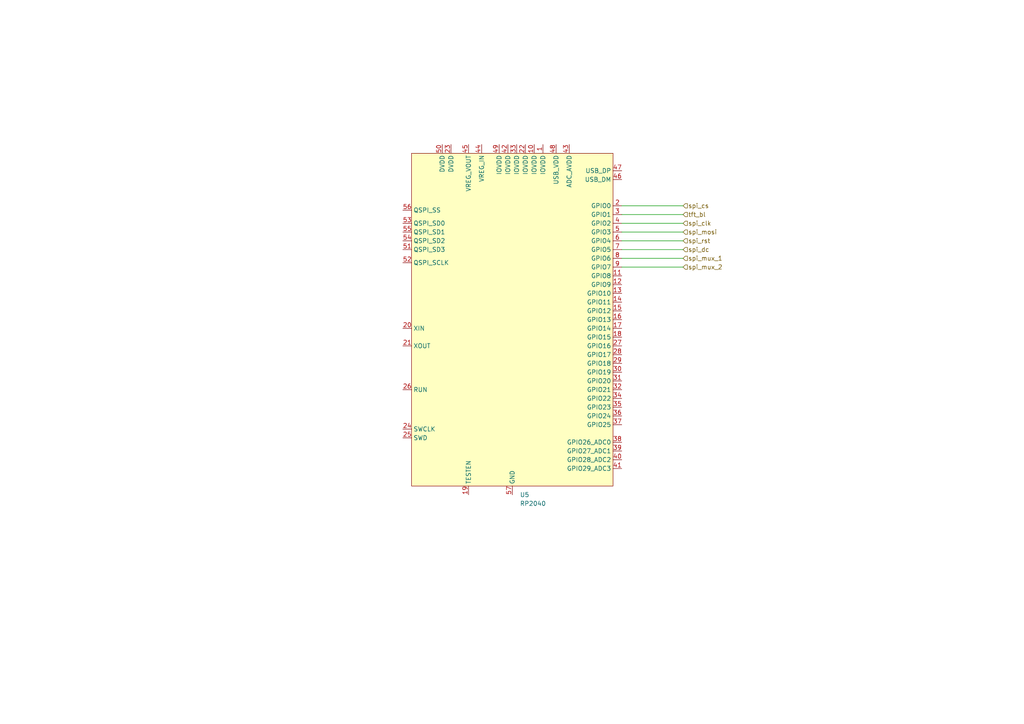
<source format=kicad_sch>
(kicad_sch (version 20230121) (generator eeschema)
  (paper "A4")
  (lib_symbols
    (symbol "lcsc:RP2040"
      (property "Reference" "U" (at 0 58.42 0))
      (property "Value" "RP2040" (at 0 -53.34 0))
      (symbol "RP2040_0_1"
        (rectangle (start -29.21 50.8) (end 29.21 -45.72) (fill (type background)))
        (pin bidirectional line (at 8.89 53.34 270) (length 2.54) (name "IOVDD") (number "1"))
        (pin bidirectional line (at 6.35 53.34 270) (length 2.54) (name "IOVDD") (number "10"))
        (pin bidirectional line (at 31.75 15.24 180) (length 2.54) (name "GPIO8") (number "11"))
        (pin bidirectional line (at 31.75 12.7 180) (length 2.54) (name "GPIO9") (number "12"))
        (pin bidirectional line (at 31.75 10.16 180) (length 2.54) (name "GPIO10") (number "13"))
        (pin bidirectional line (at 31.75 7.62 180) (length 2.54) (name "GPIO11") (number "14"))
        (pin bidirectional line (at 31.75 5.08 180) (length 2.54) (name "GPIO12") (number "15"))
        (pin bidirectional line (at 31.75 2.54 180) (length 2.54) (name "GPIO13") (number "16"))
        (pin bidirectional line (at 31.75 0 180) (length 2.54) (name "GPIO14") (number "17"))
        (pin bidirectional line (at 31.75 -2.54 180) (length 2.54) (name "GPIO15") (number "18"))
        (pin unspecified line (at -12.7 -48.26 90) (length 2.54) (name "TESTEN") (number "19"))
        (pin bidirectional line (at 31.75 35.56 180) (length 2.54) (name "GPIO0") (number "2"))
        (pin input line (at -31.75 0 0) (length 2.54) (name "XIN") (number "20"))
        (pin unspecified line (at -31.75 -5.08 0) (length 2.54) (name "XOUT") (number "21"))
        (pin bidirectional line (at 3.81 53.34 270) (length 2.54) (name "IOVDD") (number "22"))
        (pin bidirectional line (at -17.78 53.34 270) (length 2.54) (name "DVDD") (number "23"))
        (pin output line (at -31.75 -29.21 0) (length 2.54) (name "SWCLK") (number "24"))
        (pin bidirectional line (at -31.75 -31.75 0) (length 2.54) (name "SWD") (number "25"))
        (pin input line (at -31.75 -17.78 0) (length 2.54) (name "RUN") (number "26"))
        (pin bidirectional line (at 31.75 -5.08 180) (length 2.54) (name "GPIO16") (number "27"))
        (pin bidirectional line (at 31.75 -7.62 180) (length 2.54) (name "GPIO17") (number "28"))
        (pin bidirectional line (at 31.75 -10.16 180) (length 2.54) (name "GPIO18") (number "29"))
        (pin bidirectional line (at 31.75 33.02 180) (length 2.54) (name "GPIO1") (number "3"))
        (pin bidirectional line (at 31.75 -12.7 180) (length 2.54) (name "GPIO19") (number "30"))
        (pin bidirectional line (at 31.75 -15.24 180) (length 2.54) (name "GPIO20") (number "31"))
        (pin bidirectional line (at 31.75 -17.78 180) (length 2.54) (name "GPIO21") (number "32"))
        (pin bidirectional line (at 1.27 53.34 270) (length 2.54) (name "IOVDD") (number "33"))
        (pin bidirectional line (at 31.75 -20.32 180) (length 2.54) (name "GPIO22") (number "34"))
        (pin bidirectional line (at 31.75 -22.86 180) (length 2.54) (name "GPIO23") (number "35"))
        (pin bidirectional line (at 31.75 -25.4 180) (length 2.54) (name "GPIO24") (number "36"))
        (pin bidirectional line (at 31.75 -27.94 180) (length 2.54) (name "GPIO25") (number "37"))
        (pin bidirectional line (at 31.75 -33.02 180) (length 2.54) (name "GPIO26_ADC0") (number "38"))
        (pin bidirectional line (at 31.75 -35.56 180) (length 2.54) (name "GPIO27_ADC1") (number "39"))
        (pin bidirectional line (at 31.75 30.48 180) (length 2.54) (name "GPIO2") (number "4"))
        (pin bidirectional line (at 31.75 -38.1 180) (length 2.54) (name "GPIO28_ADC2") (number "40"))
        (pin bidirectional line (at 31.75 -40.64 180) (length 2.54) (name "GPIO29_ADC3") (number "41"))
        (pin bidirectional line (at -1.27 53.34 270) (length 2.54) (name "IOVDD") (number "42"))
        (pin bidirectional line (at 16.51 53.34 270) (length 2.54) (name "ADC_AVDD") (number "43"))
        (pin bidirectional line (at -8.89 53.34 270) (length 2.54) (name "VREG_IN") (number "44"))
        (pin bidirectional line (at -12.7 53.34 270) (length 2.54) (name "VREG_VOUT") (number "45"))
        (pin bidirectional line (at 31.75 43.18 180) (length 2.54) (name "USB_DM") (number "46"))
        (pin bidirectional line (at 31.75 45.72 180) (length 2.54) (name "USB_DP") (number "47"))
        (pin bidirectional line (at 12.7 53.34 270) (length 2.54) (name "USB_VDD") (number "48"))
        (pin bidirectional line (at -3.81 53.34 270) (length 2.54) (name "IOVDD") (number "49"))
        (pin bidirectional line (at 31.75 27.94 180) (length 2.54) (name "GPIO3") (number "5"))
        (pin bidirectional line (at -20.32 53.34 270) (length 2.54) (name "DVDD") (number "50"))
        (pin bidirectional line (at -31.75 22.86 0) (length 2.54) (name "QSPI_SD3") (number "51"))
        (pin output line (at -31.75 19.05 0) (length 2.54) (name "QSPI_SCLK") (number "52"))
        (pin bidirectional line (at -31.75 30.48 0) (length 2.54) (name "QSPI_SD0") (number "53"))
        (pin bidirectional line (at -31.75 25.4 0) (length 2.54) (name "QSPI_SD2") (number "54"))
        (pin bidirectional line (at -31.75 27.94 0) (length 2.54) (name "QSPI_SD1") (number "55"))
        (pin bidirectional line (at -31.75 34.29 0) (length 2.54) (name "QSPI_SS") (number "56"))
        (pin bidirectional line (at 0 -48.26 90) (length 2.54) (name "GND") (number "57"))
        (pin bidirectional line (at 31.75 25.4 180) (length 2.54) (name "GPIO4") (number "6"))
        (pin bidirectional line (at 31.75 22.86 180) (length 2.54) (name "GPIO5") (number "7"))
        (pin bidirectional line (at 31.75 20.32 180) (length 2.54) (name "GPIO6") (number "8"))
        (pin bidirectional line (at 31.75 17.78 180) (length 2.54) (name "GPIO7") (number "9"))
      )
    )
  )
  (wire (pts (xy 180.34 59.69) (xy 198.12 59.69)))
  (wire (pts (xy 180.34 69.85) (xy 198.12 69.85)))
  (wire (pts (xy 180.34 62.23) (xy 198.12 62.23)))
  (wire (pts (xy 180.34 77.47) (xy 198.12 77.47)))
  (wire (pts (xy 180.34 64.77) (xy 198.12 64.77)))
  (wire (pts (xy 180.34 72.39) (xy 198.12 72.39)))
  (wire (pts (xy 180.34 74.93) (xy 198.12 74.93)))
  (wire (pts (xy 180.34 67.31) (xy 198.12 67.31)))
  (hierarchical_label "spi_cs" (shape input) (at 198.12 59.69 0))
  (hierarchical_label "tft_bl" (shape input) (at 198.12 62.23 0))
  (hierarchical_label "spi_mux_1" (shape input) (at 198.12 74.93 0))
  (hierarchical_label "spi_rst" (shape input) (at 198.12 69.85 0))
  (hierarchical_label "spi_clk" (shape input) (at 198.12 64.77 0))
  (hierarchical_label "spi_mux_2" (shape input) (at 198.12 77.47 0))
  (hierarchical_label "spi_mosi" (shape input) (at 198.12 67.31 0))
  (hierarchical_label "spi_dc" (shape input) (at 198.12 72.39 0))
  (symbol (lib_id "lcsc:RP2040") (at 148.59 95.25 0) (unit 1)
    (property "Reference" "U5" (at 150.7841 143.51 0) (effects (justify left)))
    (property "Value" "RP2040" (at 150.7841 146.05 0) (effects (justify left)))
    (property "Footprint" "lcsc:LQFN-56_L7.0-W7.0-P0.4-EP" (effects hide))
    (property "LCSC Part" "C2040" (effects hide))
  )
)
</source>
